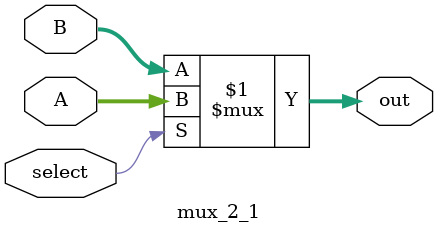
<source format=v>
module mux_2_1 #(parameter bus_size = 32)
	(input  select,
		input  [bus_size-1:0] A,
		input  [bus_size-1:0] B,
		output [bus_size-1:0] out);
 
assign out = select ? A : B;
 
endmodule 
</source>
